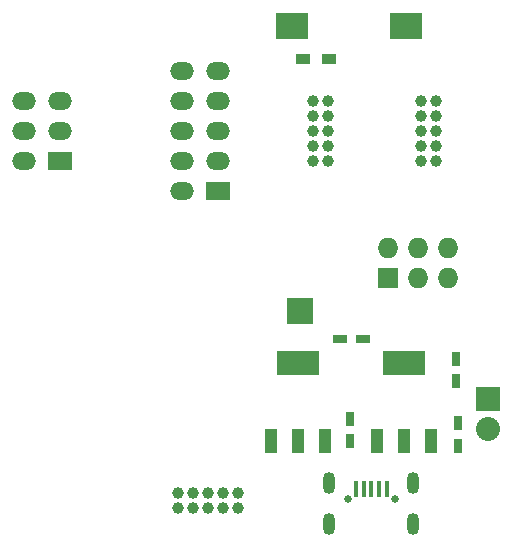
<source format=gbr>
G04 #@! TF.FileFunction,Soldermask,Top*
%FSLAX46Y46*%
G04 Gerber Fmt 4.6, Leading zero omitted, Abs format (unit mm)*
G04 Created by KiCad (PCBNEW (2015-05-09 BZR 5648)-product) date fre 07 aug 2015 21:35:44 CEST*
%MOMM*%
G01*
G04 APERTURE LIST*
%ADD10C,0.100000*%
%ADD11R,2.800000X2.200000*%
%ADD12R,1.200000X0.900000*%
%ADD13R,2.000000X1.500000*%
%ADD14O,2.000000X1.500000*%
%ADD15C,1.000000*%
%ADD16R,0.400000X1.400000*%
%ADD17O,1.050000X1.850000*%
%ADD18C,0.650000*%
%ADD19R,0.750000X1.200000*%
%ADD20R,1.727200X1.727200*%
%ADD21O,1.727200X1.727200*%
%ADD22R,2.032000X2.032000*%
%ADD23O,2.032000X2.032000*%
%ADD24R,2.235200X2.235200*%
%ADD25R,3.657600X2.032000*%
%ADD26R,1.016000X2.032000*%
%ADD27R,1.200000X0.750000*%
G04 APERTURE END LIST*
D10*
D11*
X134935560Y-85140800D03*
X144535560Y-85140800D03*
D12*
X135821240Y-87919560D03*
X138021240Y-87919560D03*
D13*
X115261200Y-96596200D03*
D14*
X112221200Y-96596200D03*
X115261200Y-94056200D03*
X112221200Y-94056200D03*
X115261200Y-91516200D03*
X112221200Y-91516200D03*
X128647000Y-88976200D03*
X125607000Y-88976200D03*
X125607000Y-91516200D03*
X128647000Y-91516200D03*
D13*
X128647000Y-99136200D03*
D14*
X125607000Y-99136200D03*
X128647000Y-96596200D03*
X125607000Y-96596200D03*
X128647000Y-94056200D03*
X125607000Y-94056200D03*
D15*
X125222000Y-124714000D03*
X125222000Y-125984000D03*
X126492000Y-124714000D03*
X126492000Y-125984000D03*
X127762000Y-124714000D03*
X127762000Y-125984000D03*
X129032000Y-124714000D03*
X129032000Y-125984000D03*
X130302000Y-124714000D03*
X130302000Y-125984000D03*
X145796000Y-96596200D03*
X147066000Y-96596200D03*
X145796000Y-95326200D03*
X147066000Y-95326200D03*
X145796000Y-94056200D03*
X147066000Y-94056200D03*
X145796000Y-92786200D03*
X147066000Y-92786200D03*
X145796000Y-91516200D03*
X147066000Y-91516200D03*
X136728200Y-96596200D03*
X137998200Y-96596200D03*
X136728200Y-95326200D03*
X137998200Y-95326200D03*
X136728200Y-94056200D03*
X137998200Y-94056200D03*
X136728200Y-92786200D03*
X137998200Y-92786200D03*
X136728200Y-91516200D03*
X137998200Y-91516200D03*
D16*
X141617700Y-124360500D03*
X142267700Y-124360500D03*
X140967700Y-124360500D03*
X140317700Y-124360500D03*
X142917700Y-124360500D03*
D17*
X138042700Y-127310500D03*
X145192700Y-127310500D03*
X138042700Y-123860500D03*
X145192700Y-123860500D03*
D18*
X139617700Y-125185500D03*
X143617700Y-125185500D03*
D19*
X148945600Y-118785600D03*
X148945600Y-120685600D03*
X148818600Y-113299200D03*
X148818600Y-115199200D03*
X139788900Y-120304600D03*
X139788900Y-118404600D03*
D20*
X142996920Y-106441240D03*
D21*
X142996920Y-103901240D03*
X145536920Y-106441240D03*
X145536920Y-103901240D03*
X148076920Y-106441240D03*
X148076920Y-103901240D03*
D22*
X151521160Y-116720620D03*
D23*
X151521160Y-119260620D03*
D24*
X135610600Y-109232700D03*
D25*
X135382000Y-113698000D03*
D26*
X135382000Y-120302000D03*
X137668000Y-120302000D03*
X133096000Y-120302000D03*
D25*
X144373600Y-113698000D03*
D26*
X144373600Y-120302000D03*
X146659600Y-120302000D03*
X142087600Y-120302000D03*
D27*
X140891300Y-111671100D03*
X138991300Y-111671100D03*
M02*

</source>
